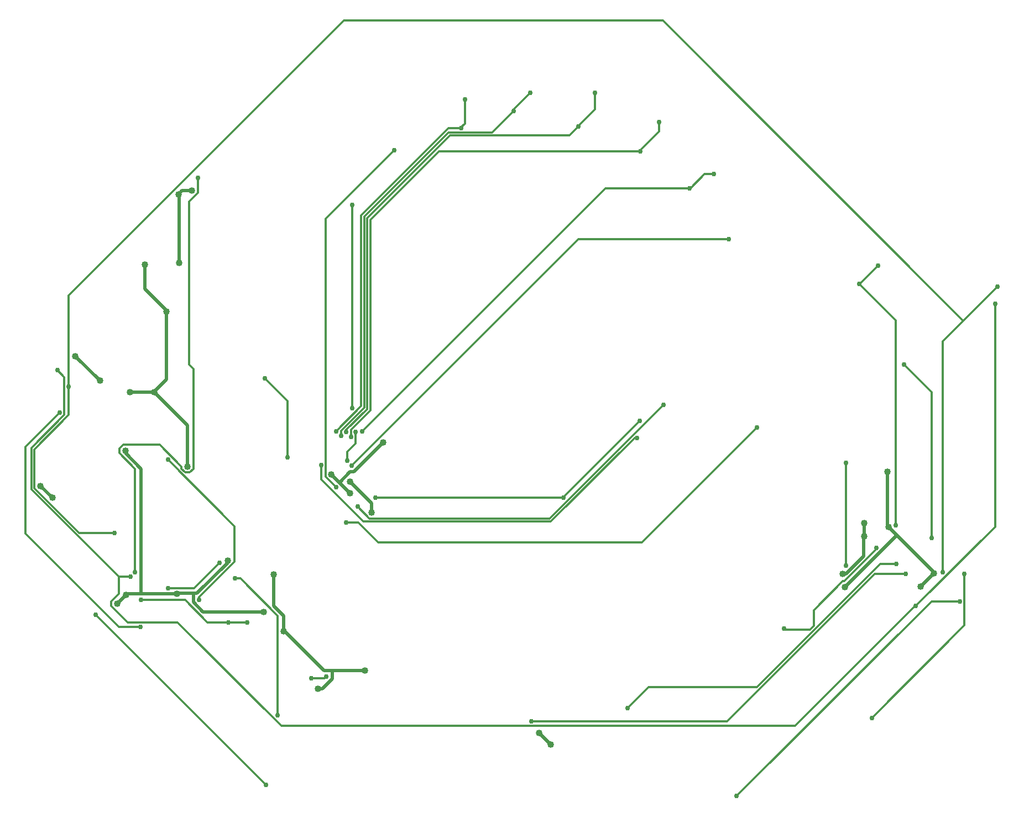
<source format=gbr>
G04 EAGLE Gerber RS-274X export*
G75*
%MOMM*%
%FSLAX34Y34*%
%LPD*%
%INBottom Copper*%
%IPPOS*%
%AMOC8*
5,1,8,0,0,1.08239X$1,22.5*%
G01*
%ADD10C,0.508000*%
%ADD11C,1.016000*%
%ADD12C,0.304800*%
%ADD13C,0.756400*%


D10*
X628650Y-334899D02*
X608076Y-355473D01*
X627507Y-332613D02*
X572072Y-277178D01*
X558927Y-264033D01*
X627507Y-332613D02*
X628650Y-334899D01*
X557784Y-261747D02*
X557784Y-179451D01*
X557784Y-261747D02*
X558927Y-264033D01*
X42291Y-597789D02*
X24003Y-579501D01*
X492633Y-356616D02*
X572072Y-277178D01*
D11*
X608076Y-355473D03*
X628650Y-334899D03*
X558927Y-264033D03*
X557784Y-179451D03*
X42291Y-597789D03*
X24003Y-579501D03*
X492633Y-356616D03*
D12*
X-601218Y-340614D02*
X-619506Y-340614D01*
X-753237Y-206883D01*
X-753237Y-142875D01*
X-702945Y-92583D01*
X-702945Y-34290D01*
X-713232Y-24003D01*
X601218Y-385191D02*
X722376Y-264033D01*
X722376Y77724D01*
X-619506Y-340614D02*
X-619506Y-366903D01*
X-630936Y-378333D01*
X-630936Y-385191D01*
X-605790Y-410337D01*
X-529209Y-410337D01*
X-370332Y-569214D01*
X416052Y-569214D01*
X600075Y-385191D01*
X601218Y-385191D01*
D13*
X-601218Y-340614D03*
X-713232Y-24003D03*
X601218Y-385191D03*
X722376Y77724D03*
D12*
X-626364Y-273177D02*
X-680085Y-273177D01*
X-748665Y-204597D01*
X-748665Y-145161D01*
X-696087Y-92583D01*
X-696087Y-49149D01*
X642366Y20574D02*
X642366Y-333756D01*
X673799Y52007D02*
X725805Y104013D01*
X673799Y52007D02*
X642366Y20574D01*
X-696087Y90297D02*
X-696087Y-49149D01*
X-696087Y90297D02*
X-274320Y512064D01*
X213741Y512064D01*
X673799Y52007D01*
D13*
X-626364Y-273177D03*
X-696087Y-49149D03*
X642366Y-333756D03*
X725805Y104013D03*
D10*
X-381762Y-337185D02*
X-381762Y-385191D01*
X-366903Y-400050D01*
X-366903Y-424053D01*
X-305181Y-484632D02*
X-292608Y-484632D01*
X-242316Y-484632D01*
X-305181Y-484632D02*
X-364617Y-425196D01*
X-366903Y-424053D01*
X-314325Y-512064D02*
X-307467Y-512064D01*
X-292608Y-497205D01*
X-292608Y-484632D01*
X-721233Y-219456D02*
X-739521Y-201168D01*
X-602361Y-57150D02*
X-564642Y-57150D01*
X-546354Y-37719D02*
X-546354Y66294D01*
X-546354Y-37719D02*
X-563499Y-54864D01*
X-564642Y-57150D01*
X-514350Y-108585D02*
X-514350Y-171450D01*
X-514350Y-108585D02*
X-563499Y-59436D01*
X-564642Y-57150D01*
X-579501Y100584D02*
X-579501Y138303D01*
X-579501Y100584D02*
X-547497Y68580D01*
X-546354Y66294D01*
X522351Y-258318D02*
X522351Y-278892D01*
X521208Y-281178D02*
X521208Y-308610D01*
X493776Y-336042D01*
X489204Y-336042D01*
X521208Y-281178D02*
X522351Y-278892D01*
D11*
X-381762Y-337185D03*
X-366903Y-424053D03*
X-242316Y-484632D03*
X-314325Y-512064D03*
X-721233Y-219456D03*
X-739521Y-201168D03*
X-564642Y-57150D03*
X-602361Y-57150D03*
X-546354Y66294D03*
X-514350Y-171450D03*
X-579501Y138303D03*
X522351Y-278892D03*
X522351Y-258318D03*
X489204Y-336042D03*
D10*
X-648081Y-40005D02*
X-685800Y-2286D01*
D11*
X-648081Y-40005D03*
X-685800Y-2286D03*
D10*
X-293751Y-184023D02*
X-281750Y-196025D01*
X-265176Y-212598D01*
X-281750Y-196025D02*
X-265176Y-179451D01*
X-259461Y-179451D01*
X-214884Y-134874D01*
D11*
X-265176Y-212598D03*
X-293751Y-184023D03*
X-214884Y-134874D03*
D10*
X-507492Y251460D02*
X-522351Y251460D01*
X-528066Y245745D01*
X-608076Y-368046D02*
X-621792Y-381762D01*
X-605790Y-366903D02*
X-585216Y-366903D01*
X-530352Y-366903D01*
X-605790Y-366903D02*
X-608076Y-368046D01*
X-452628Y-318897D02*
X-452628Y-315468D01*
X-452628Y-318897D02*
X-499491Y-365760D01*
X-505206Y-365760D02*
X-528066Y-365760D01*
X-505206Y-365760D02*
X-499491Y-365760D01*
X-528066Y-365760D02*
X-530352Y-366903D01*
X-609219Y-150876D02*
X-609219Y-147447D01*
X-609219Y-150876D02*
X-585216Y-174879D01*
X-585216Y-366903D01*
X-490347Y-394335D02*
X-397764Y-394335D01*
X-490347Y-394335D02*
X-505206Y-379476D01*
X-505206Y-365760D01*
X-526923Y140589D02*
X-526923Y243459D01*
X-528066Y245745D01*
D11*
X-507492Y251460D03*
X-528066Y245745D03*
X-621792Y-381762D03*
X-608076Y-368046D03*
X-530352Y-366903D03*
X-452628Y-315468D03*
X-609219Y-147447D03*
X-397764Y-394335D03*
X-526923Y140589D03*
D12*
X-544068Y-357759D02*
X-504063Y-357759D01*
X-465201Y-318897D01*
X-441198Y-342900D02*
X-433197Y-342900D01*
X-376047Y-400050D01*
X-376047Y-553212D01*
D13*
X-544068Y-357759D03*
X-465201Y-318897D03*
X-441198Y-342900D03*
X-376047Y-553212D03*
D12*
X170307Y-128016D02*
X173736Y-128016D01*
X170307Y-128016D02*
X42291Y-256032D01*
X-244602Y-256032D01*
X-309753Y-190881D01*
X-309753Y-169164D01*
D13*
X173736Y-128016D03*
X-309753Y-169164D03*
D12*
X538353Y-336042D02*
X585216Y-336042D01*
X538353Y-336042D02*
X312039Y-562356D01*
X12573Y-562356D01*
D13*
X585216Y-336042D03*
X12573Y-562356D03*
D12*
X546354Y-321183D02*
X571500Y-321183D01*
X546354Y-321183D02*
X357759Y-509778D01*
X192024Y-509778D01*
X160020Y-541782D01*
D13*
X571500Y-321183D03*
X160020Y-541782D03*
D12*
X540639Y-298323D02*
X540639Y-296037D01*
X540639Y-298323D02*
X491490Y-347472D01*
X489204Y-347472D01*
X444627Y-392049D01*
X444627Y-416052D01*
X438912Y-421767D01*
X401193Y-421767D01*
X398907Y-419481D01*
D13*
X540639Y-296037D03*
X398907Y-419481D03*
D12*
X493776Y-323469D02*
X493776Y-165735D01*
D13*
X493776Y-323469D03*
X493776Y-165735D03*
D12*
X625221Y-57150D02*
X625221Y-281178D01*
X625221Y-57150D02*
X582930Y-14859D01*
D13*
X625221Y-281178D03*
X582930Y-14859D03*
D12*
X570357Y52578D02*
X570357Y-261747D01*
X570357Y52578D02*
X514350Y108585D01*
X515493Y108585D02*
X542925Y136017D01*
X515493Y108585D02*
X514350Y108585D01*
D13*
X570357Y-261747D03*
X514350Y108585D03*
X542925Y136017D03*
D12*
X84582Y177165D02*
X-262890Y-170307D01*
X84582Y177165D02*
X314325Y177165D01*
D13*
X-262890Y-170307D03*
X314325Y177165D03*
D12*
X125730Y254889D02*
X-246888Y-117729D01*
X125730Y254889D02*
X254889Y254889D01*
X277749Y276606D02*
X291465Y276606D01*
X277749Y276606D02*
X256032Y254889D01*
X254889Y254889D01*
D13*
X-246888Y-117729D03*
X254889Y254889D03*
X291465Y276606D03*
D12*
X-264033Y-115443D02*
X-264033Y-125730D01*
X-264033Y-115443D02*
X-234315Y-85725D01*
X-234315Y206883D01*
X-129159Y312039D01*
X179451Y312039D01*
X208026Y341757D02*
X208026Y356616D01*
X208026Y341757D02*
X179451Y313182D01*
X179451Y312039D01*
D13*
X-264033Y-125730D03*
X179451Y312039D03*
X208026Y356616D03*
D12*
X-270891Y-115443D02*
X-270891Y-118872D01*
X-270891Y-115443D02*
X-238887Y-83439D01*
X-238887Y209169D01*
X-112014Y336042D01*
X70866Y336042D01*
X84582Y349758D01*
X109728Y376047D02*
X109728Y401193D01*
X109728Y376047D02*
X84582Y350901D01*
X84582Y349758D01*
D13*
X-270891Y-118872D03*
X84582Y349758D03*
X109728Y401193D03*
D12*
X-278892Y-116586D02*
X-278892Y-124587D01*
X-278892Y-116586D02*
X-243459Y-81153D01*
X-243459Y211455D01*
X-114300Y340614D01*
X-48006Y340614D01*
X-14859Y373761D01*
X-14859Y376047D02*
X10287Y401193D01*
X-14859Y376047D02*
X-14859Y373761D01*
D13*
X-278892Y-124587D03*
X-14859Y373761D03*
X10287Y401193D03*
D12*
X-248031Y-78867D02*
X-286893Y-117729D01*
X-248031Y-78867D02*
X-248031Y213741D01*
X-114300Y347472D01*
X-94869Y347472D01*
X-89154Y354330D02*
X-89154Y390906D01*
X-89154Y354330D02*
X-94869Y348615D01*
X-94869Y347472D01*
D13*
X-286893Y-117729D03*
X-94869Y347472D03*
X-89154Y390906D03*
D12*
X-302895Y-187452D02*
X-286893Y-203454D01*
X-302895Y-187452D02*
X-302895Y208026D01*
X-197739Y313182D01*
D13*
X-286893Y-203454D03*
X-197739Y313182D03*
D12*
X-269748Y-148590D02*
X-269748Y-162306D01*
X-269748Y-148590D02*
X-257175Y-136017D01*
X-257175Y-118872D01*
X-261747Y-82296D02*
X-261747Y229743D01*
D13*
X-269748Y-162306D03*
X-257175Y-118872D03*
X-261747Y-82296D03*
X-261747Y229743D03*
D12*
X-594360Y-174879D02*
X-594360Y-333756D01*
X-594360Y-174879D02*
X-618363Y-150876D01*
X-618363Y-144018D01*
X-612648Y-138303D01*
X-556641Y-138303D01*
X-523494Y-171450D01*
X-523494Y-174879D01*
X-517779Y-180594D01*
X-510921Y-180594D01*
X-505206Y-174879D01*
X-505206Y-21717D01*
X-512064Y-14859D01*
X-512064Y234315D01*
X-498348Y248031D01*
X-498348Y270891D01*
D13*
X-594360Y-333756D03*
X-498348Y270891D03*
D12*
X-586359Y-417195D02*
X-619506Y-417195D01*
X-762381Y-274320D01*
X-762381Y-141732D01*
X-709803Y-89154D01*
D13*
X-586359Y-417195D03*
X-709803Y-89154D03*
D12*
X-496062Y-371475D02*
X-496062Y-376047D01*
X-496062Y-371475D02*
X-442341Y-317754D01*
X-442341Y-262890D01*
X-544068Y-161163D01*
D13*
X-496062Y-376047D03*
X-544068Y-161163D03*
D12*
X-517779Y-376047D02*
X-585216Y-376047D01*
X-517779Y-376047D02*
X-483489Y-410337D01*
X-451485Y-410337D02*
X-422910Y-410337D01*
X-451485Y-410337D02*
X-483489Y-410337D01*
D13*
X-585216Y-376047D03*
X-422910Y-410337D03*
X-451485Y-410337D03*
D12*
X-324612Y-496062D02*
X-304038Y-496062D01*
X-301752Y-493776D01*
D13*
X-324612Y-496062D03*
X-301752Y-493776D03*
D12*
X-361188Y-157734D02*
X-361188Y-70866D01*
X-395478Y-36576D01*
D13*
X-361188Y-157734D03*
X-395478Y-36576D03*
D10*
X-232029Y-227457D02*
X-232029Y-242316D01*
X-232029Y-227457D02*
X-265176Y-194310D01*
D11*
X-232029Y-242316D03*
X-265176Y-194310D03*
D12*
X675513Y-336042D02*
X675513Y-414909D01*
X533781Y-556641D01*
D13*
X675513Y-336042D03*
X533781Y-556641D03*
D12*
X625221Y-378333D02*
X668655Y-378333D01*
X625221Y-378333D02*
X326898Y-676656D01*
D13*
X668655Y-378333D03*
X326898Y-676656D03*
D12*
X61722Y-219456D02*
X-226314Y-219456D01*
X61722Y-218313D02*
X178308Y-101727D01*
X61722Y-218313D02*
X61722Y-219456D01*
D13*
X-226314Y-219456D03*
X61722Y-219456D03*
X178308Y-101727D03*
D12*
X-235458Y-251460D02*
X-253746Y-233172D01*
X-235458Y-251460D02*
X40005Y-251460D01*
X214884Y-76581D01*
D13*
X-253746Y-233172D03*
X214884Y-76581D03*
D12*
X-252603Y-257175D02*
X-270891Y-257175D01*
X-252603Y-257175D02*
X-221742Y-288036D01*
X181737Y-288036D01*
X357759Y-112014D01*
D13*
X-270891Y-257175D03*
X357759Y-112014D03*
D12*
X-394335Y-659511D02*
X-654939Y-398907D01*
D13*
X-654939Y-398907D03*
X-394335Y-659511D03*
M02*

</source>
